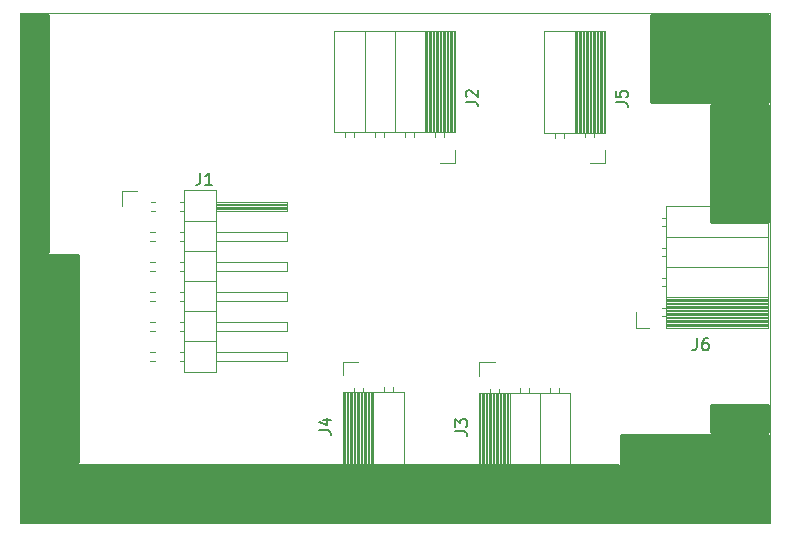
<source format=gbr>
G04 #@! TF.GenerationSoftware,KiCad,Pcbnew,(5.1.4)-1*
G04 #@! TF.CreationDate,2019-08-20T16:37:38+09:00*
G04 #@! TF.ProjectId,kagisys_shield,6b616769-7379-4735-9f73-6869656c642e,rev?*
G04 #@! TF.SameCoordinates,Original*
G04 #@! TF.FileFunction,Legend,Top*
G04 #@! TF.FilePolarity,Positive*
%FSLAX46Y46*%
G04 Gerber Fmt 4.6, Leading zero omitted, Abs format (unit mm)*
G04 Created by KiCad (PCBNEW (5.1.4)-1) date 2019-08-20 16:37:38*
%MOMM*%
%LPD*%
G04 APERTURE LIST*
%ADD10C,0.120000*%
%ADD11C,0.150000*%
%ADD12C,0.254000*%
G04 APERTURE END LIST*
D10*
X200660000Y-73660000D02*
X137160000Y-73660000D01*
X200660000Y-116840000D02*
X200660000Y-73660000D01*
X137160000Y-116840000D02*
X200660000Y-116840000D01*
X137160000Y-73660000D02*
X137160000Y-116840000D01*
X151125001Y-88635001D02*
X151125001Y-103995001D01*
X151125001Y-103995001D02*
X153785001Y-103995001D01*
X153785001Y-103995001D02*
X153785001Y-88635001D01*
X153785001Y-88635001D02*
X151125001Y-88635001D01*
X153785001Y-89585001D02*
X159785001Y-89585001D01*
X159785001Y-89585001D02*
X159785001Y-90345001D01*
X159785001Y-90345001D02*
X153785001Y-90345001D01*
X153785001Y-89645001D02*
X159785001Y-89645001D01*
X153785001Y-89765001D02*
X159785001Y-89765001D01*
X153785001Y-89885001D02*
X159785001Y-89885001D01*
X153785001Y-90005001D02*
X159785001Y-90005001D01*
X153785001Y-90125001D02*
X159785001Y-90125001D01*
X153785001Y-90245001D02*
X159785001Y-90245001D01*
X150727930Y-89585001D02*
X151125001Y-89585001D01*
X150727930Y-90345001D02*
X151125001Y-90345001D01*
X148255001Y-89585001D02*
X148642072Y-89585001D01*
X148255001Y-90345001D02*
X148642072Y-90345001D01*
X151125001Y-91235001D02*
X153785001Y-91235001D01*
X153785001Y-92125001D02*
X159785001Y-92125001D01*
X159785001Y-92125001D02*
X159785001Y-92885001D01*
X159785001Y-92885001D02*
X153785001Y-92885001D01*
X150727930Y-92125001D02*
X151125001Y-92125001D01*
X150727930Y-92885001D02*
X151125001Y-92885001D01*
X148187930Y-92125001D02*
X148642072Y-92125001D01*
X148187930Y-92885001D02*
X148642072Y-92885001D01*
X151125001Y-93775001D02*
X153785001Y-93775001D01*
X153785001Y-94665001D02*
X159785001Y-94665001D01*
X159785001Y-94665001D02*
X159785001Y-95425001D01*
X159785001Y-95425001D02*
X153785001Y-95425001D01*
X150727930Y-94665001D02*
X151125001Y-94665001D01*
X150727930Y-95425001D02*
X151125001Y-95425001D01*
X148187930Y-94665001D02*
X148642072Y-94665001D01*
X148187930Y-95425001D02*
X148642072Y-95425001D01*
X151125001Y-96315001D02*
X153785001Y-96315001D01*
X153785001Y-97205001D02*
X159785001Y-97205001D01*
X159785001Y-97205001D02*
X159785001Y-97965001D01*
X159785001Y-97965001D02*
X153785001Y-97965001D01*
X150727930Y-97205001D02*
X151125001Y-97205001D01*
X150727930Y-97965001D02*
X151125001Y-97965001D01*
X148187930Y-97205001D02*
X148642072Y-97205001D01*
X148187930Y-97965001D02*
X148642072Y-97965001D01*
X151125001Y-98855001D02*
X153785001Y-98855001D01*
X153785001Y-99745001D02*
X159785001Y-99745001D01*
X159785001Y-99745001D02*
X159785001Y-100505001D01*
X159785001Y-100505001D02*
X153785001Y-100505001D01*
X150727930Y-99745001D02*
X151125001Y-99745001D01*
X150727930Y-100505001D02*
X151125001Y-100505001D01*
X148187930Y-99745001D02*
X148642072Y-99745001D01*
X148187930Y-100505001D02*
X148642072Y-100505001D01*
X151125001Y-101395001D02*
X153785001Y-101395001D01*
X153785001Y-102285001D02*
X159785001Y-102285001D01*
X159785001Y-102285001D02*
X159785001Y-103045001D01*
X159785001Y-103045001D02*
X153785001Y-103045001D01*
X150727930Y-102285001D02*
X151125001Y-102285001D01*
X150727930Y-103045001D02*
X151125001Y-103045001D01*
X148187930Y-102285001D02*
X148642072Y-102285001D01*
X148187930Y-103045001D02*
X148642072Y-103045001D01*
X145875001Y-89965001D02*
X145875001Y-88695001D01*
X145875001Y-88695001D02*
X147145001Y-88695001D01*
X173930000Y-75100000D02*
X173930000Y-83730000D01*
X173811905Y-75100000D02*
X173811905Y-83730000D01*
X173693810Y-75100000D02*
X173693810Y-83730000D01*
X173575715Y-75100000D02*
X173575715Y-83730000D01*
X173457620Y-75100000D02*
X173457620Y-83730000D01*
X173339525Y-75100000D02*
X173339525Y-83730000D01*
X173221430Y-75100000D02*
X173221430Y-83730000D01*
X173103335Y-75100000D02*
X173103335Y-83730000D01*
X172985240Y-75100000D02*
X172985240Y-83730000D01*
X172867145Y-75100000D02*
X172867145Y-83730000D01*
X172749050Y-75100000D02*
X172749050Y-83730000D01*
X172630955Y-75100000D02*
X172630955Y-83730000D01*
X172512860Y-75100000D02*
X172512860Y-83730000D01*
X172394765Y-75100000D02*
X172394765Y-83730000D01*
X172276670Y-75100000D02*
X172276670Y-83730000D01*
X172158575Y-75100000D02*
X172158575Y-83730000D01*
X172040480Y-75100000D02*
X172040480Y-83730000D01*
X171922385Y-75100000D02*
X171922385Y-83730000D01*
X171804290Y-75100000D02*
X171804290Y-83730000D01*
X171686195Y-75100000D02*
X171686195Y-83730000D01*
X171568100Y-75100000D02*
X171568100Y-83730000D01*
X173080000Y-83730000D02*
X173080000Y-84080000D01*
X172360000Y-83730000D02*
X172360000Y-84080000D01*
X170540000Y-83730000D02*
X170540000Y-84140000D01*
X169820000Y-83730000D02*
X169820000Y-84140000D01*
X168000000Y-83730000D02*
X168000000Y-84140000D01*
X167280000Y-83730000D02*
X167280000Y-84140000D01*
X165460000Y-83730000D02*
X165460000Y-84140000D01*
X164740000Y-83730000D02*
X164740000Y-84140000D01*
X171450000Y-75100000D02*
X171450000Y-83730000D01*
X168910000Y-75100000D02*
X168910000Y-83730000D01*
X166370000Y-75100000D02*
X166370000Y-83730000D01*
X174050000Y-75100000D02*
X174050000Y-83730000D01*
X174050000Y-83730000D02*
X163770000Y-83730000D01*
X163770000Y-75100000D02*
X163770000Y-83730000D01*
X174050000Y-75100000D02*
X163770000Y-75100000D01*
X174050000Y-86300000D02*
X172720000Y-86300000D01*
X174050000Y-85190000D02*
X174050000Y-86300000D01*
X176170000Y-114400000D02*
X176170000Y-105770000D01*
X176288095Y-114400000D02*
X176288095Y-105770000D01*
X176406190Y-114400000D02*
X176406190Y-105770000D01*
X176524285Y-114400000D02*
X176524285Y-105770000D01*
X176642380Y-114400000D02*
X176642380Y-105770000D01*
X176760475Y-114400000D02*
X176760475Y-105770000D01*
X176878570Y-114400000D02*
X176878570Y-105770000D01*
X176996665Y-114400000D02*
X176996665Y-105770000D01*
X177114760Y-114400000D02*
X177114760Y-105770000D01*
X177232855Y-114400000D02*
X177232855Y-105770000D01*
X177350950Y-114400000D02*
X177350950Y-105770000D01*
X177469045Y-114400000D02*
X177469045Y-105770000D01*
X177587140Y-114400000D02*
X177587140Y-105770000D01*
X177705235Y-114400000D02*
X177705235Y-105770000D01*
X177823330Y-114400000D02*
X177823330Y-105770000D01*
X177941425Y-114400000D02*
X177941425Y-105770000D01*
X178059520Y-114400000D02*
X178059520Y-105770000D01*
X178177615Y-114400000D02*
X178177615Y-105770000D01*
X178295710Y-114400000D02*
X178295710Y-105770000D01*
X178413805Y-114400000D02*
X178413805Y-105770000D01*
X178531900Y-114400000D02*
X178531900Y-105770000D01*
X177020000Y-105770000D02*
X177020000Y-105420000D01*
X177740000Y-105770000D02*
X177740000Y-105420000D01*
X179560000Y-105770000D02*
X179560000Y-105360000D01*
X180280000Y-105770000D02*
X180280000Y-105360000D01*
X182100000Y-105770000D02*
X182100000Y-105360000D01*
X182820000Y-105770000D02*
X182820000Y-105360000D01*
X178650000Y-114400000D02*
X178650000Y-105770000D01*
X181190000Y-114400000D02*
X181190000Y-105770000D01*
X176050000Y-114400000D02*
X176050000Y-105770000D01*
X176050000Y-105770000D02*
X183790000Y-105770000D01*
X183790000Y-114400000D02*
X183790000Y-105770000D01*
X176050000Y-114400000D02*
X183790000Y-114400000D01*
X176050000Y-103200000D02*
X177380000Y-103200000D01*
X176050000Y-104310000D02*
X176050000Y-103200000D01*
X164640000Y-114330000D02*
X164640000Y-105700000D01*
X164758095Y-114330000D02*
X164758095Y-105700000D01*
X164876190Y-114330000D02*
X164876190Y-105700000D01*
X164994285Y-114330000D02*
X164994285Y-105700000D01*
X165112380Y-114330000D02*
X165112380Y-105700000D01*
X165230475Y-114330000D02*
X165230475Y-105700000D01*
X165348570Y-114330000D02*
X165348570Y-105700000D01*
X165466665Y-114330000D02*
X165466665Y-105700000D01*
X165584760Y-114330000D02*
X165584760Y-105700000D01*
X165702855Y-114330000D02*
X165702855Y-105700000D01*
X165820950Y-114330000D02*
X165820950Y-105700000D01*
X165939045Y-114330000D02*
X165939045Y-105700000D01*
X166057140Y-114330000D02*
X166057140Y-105700000D01*
X166175235Y-114330000D02*
X166175235Y-105700000D01*
X166293330Y-114330000D02*
X166293330Y-105700000D01*
X166411425Y-114330000D02*
X166411425Y-105700000D01*
X166529520Y-114330000D02*
X166529520Y-105700000D01*
X166647615Y-114330000D02*
X166647615Y-105700000D01*
X166765710Y-114330000D02*
X166765710Y-105700000D01*
X166883805Y-114330000D02*
X166883805Y-105700000D01*
X167001900Y-114330000D02*
X167001900Y-105700000D01*
X165490000Y-105700000D02*
X165490000Y-105350000D01*
X166210000Y-105700000D02*
X166210000Y-105350000D01*
X168030000Y-105700000D02*
X168030000Y-105290000D01*
X168750000Y-105700000D02*
X168750000Y-105290000D01*
X167120000Y-114330000D02*
X167120000Y-105700000D01*
X164520000Y-114330000D02*
X164520000Y-105700000D01*
X164520000Y-105700000D02*
X169720000Y-105700000D01*
X169720000Y-114330000D02*
X169720000Y-105700000D01*
X164520000Y-114330000D02*
X169720000Y-114330000D01*
X164520000Y-103130000D02*
X165850000Y-103130000D01*
X164520000Y-104240000D02*
X164520000Y-103130000D01*
X186750000Y-85240000D02*
X186750000Y-86350000D01*
X186750000Y-86350000D02*
X185420000Y-86350000D01*
X186750000Y-75150000D02*
X181550000Y-75150000D01*
X181550000Y-75150000D02*
X181550000Y-83780000D01*
X186750000Y-83780000D02*
X181550000Y-83780000D01*
X186750000Y-75150000D02*
X186750000Y-83780000D01*
X184150000Y-75150000D02*
X184150000Y-83780000D01*
X182520000Y-83780000D02*
X182520000Y-84190000D01*
X183240000Y-83780000D02*
X183240000Y-84190000D01*
X185060000Y-83780000D02*
X185060000Y-84130000D01*
X185780000Y-83780000D02*
X185780000Y-84130000D01*
X184268100Y-75150000D02*
X184268100Y-83780000D01*
X184386195Y-75150000D02*
X184386195Y-83780000D01*
X184504290Y-75150000D02*
X184504290Y-83780000D01*
X184622385Y-75150000D02*
X184622385Y-83780000D01*
X184740480Y-75150000D02*
X184740480Y-83780000D01*
X184858575Y-75150000D02*
X184858575Y-83780000D01*
X184976670Y-75150000D02*
X184976670Y-83780000D01*
X185094765Y-75150000D02*
X185094765Y-83780000D01*
X185212860Y-75150000D02*
X185212860Y-83780000D01*
X185330955Y-75150000D02*
X185330955Y-83780000D01*
X185449050Y-75150000D02*
X185449050Y-83780000D01*
X185567145Y-75150000D02*
X185567145Y-83780000D01*
X185685240Y-75150000D02*
X185685240Y-83780000D01*
X185803335Y-75150000D02*
X185803335Y-83780000D01*
X185921430Y-75150000D02*
X185921430Y-83780000D01*
X186039525Y-75150000D02*
X186039525Y-83780000D01*
X186157620Y-75150000D02*
X186157620Y-83780000D01*
X186275715Y-75150000D02*
X186275715Y-83780000D01*
X186393810Y-75150000D02*
X186393810Y-83780000D01*
X186511905Y-75150000D02*
X186511905Y-83780000D01*
X186630000Y-75150000D02*
X186630000Y-83780000D01*
X190470000Y-100280000D02*
X189360000Y-100280000D01*
X189360000Y-100280000D02*
X189360000Y-98950000D01*
X200560000Y-100280000D02*
X200560000Y-90000000D01*
X200560000Y-90000000D02*
X191930000Y-90000000D01*
X191930000Y-100280000D02*
X191930000Y-90000000D01*
X200560000Y-100280000D02*
X191930000Y-100280000D01*
X200560000Y-92600000D02*
X191930000Y-92600000D01*
X200560000Y-95140000D02*
X191930000Y-95140000D01*
X200560000Y-97680000D02*
X191930000Y-97680000D01*
X191930000Y-90970000D02*
X191520000Y-90970000D01*
X191930000Y-91690000D02*
X191520000Y-91690000D01*
X191930000Y-93510000D02*
X191520000Y-93510000D01*
X191930000Y-94230000D02*
X191520000Y-94230000D01*
X191930000Y-96050000D02*
X191520000Y-96050000D01*
X191930000Y-96770000D02*
X191520000Y-96770000D01*
X191930000Y-98590000D02*
X191580000Y-98590000D01*
X191930000Y-99310000D02*
X191580000Y-99310000D01*
X200560000Y-97798100D02*
X191930000Y-97798100D01*
X200560000Y-97916195D02*
X191930000Y-97916195D01*
X200560000Y-98034290D02*
X191930000Y-98034290D01*
X200560000Y-98152385D02*
X191930000Y-98152385D01*
X200560000Y-98270480D02*
X191930000Y-98270480D01*
X200560000Y-98388575D02*
X191930000Y-98388575D01*
X200560000Y-98506670D02*
X191930000Y-98506670D01*
X200560000Y-98624765D02*
X191930000Y-98624765D01*
X200560000Y-98742860D02*
X191930000Y-98742860D01*
X200560000Y-98860955D02*
X191930000Y-98860955D01*
X200560000Y-98979050D02*
X191930000Y-98979050D01*
X200560000Y-99097145D02*
X191930000Y-99097145D01*
X200560000Y-99215240D02*
X191930000Y-99215240D01*
X200560000Y-99333335D02*
X191930000Y-99333335D01*
X200560000Y-99451430D02*
X191930000Y-99451430D01*
X200560000Y-99569525D02*
X191930000Y-99569525D01*
X200560000Y-99687620D02*
X191930000Y-99687620D01*
X200560000Y-99805715D02*
X191930000Y-99805715D01*
X200560000Y-99923810D02*
X191930000Y-99923810D01*
X200560000Y-100041905D02*
X191930000Y-100041905D01*
X200560000Y-100160000D02*
X191930000Y-100160000D01*
D11*
X152466667Y-87147381D02*
X152466667Y-87861667D01*
X152419048Y-88004524D01*
X152323810Y-88099762D01*
X152180953Y-88147381D01*
X152085715Y-88147381D01*
X153466667Y-88147381D02*
X152895239Y-88147381D01*
X153180953Y-88147381D02*
X153180953Y-87147381D01*
X153085715Y-87290239D01*
X152990477Y-87385477D01*
X152895239Y-87433096D01*
X174942380Y-81143333D02*
X175656666Y-81143333D01*
X175799523Y-81190952D01*
X175894761Y-81286190D01*
X175942380Y-81429047D01*
X175942380Y-81524285D01*
X175037619Y-80714761D02*
X174990000Y-80667142D01*
X174942380Y-80571904D01*
X174942380Y-80333809D01*
X174990000Y-80238571D01*
X175037619Y-80190952D01*
X175132857Y-80143333D01*
X175228095Y-80143333D01*
X175370952Y-80190952D01*
X175942380Y-80762380D01*
X175942380Y-80143333D01*
X174062380Y-109023333D02*
X174776666Y-109023333D01*
X174919523Y-109070952D01*
X175014761Y-109166190D01*
X175062380Y-109309047D01*
X175062380Y-109404285D01*
X174062380Y-108642380D02*
X174062380Y-108023333D01*
X174443333Y-108356666D01*
X174443333Y-108213809D01*
X174490952Y-108118571D01*
X174538571Y-108070952D01*
X174633809Y-108023333D01*
X174871904Y-108023333D01*
X174967142Y-108070952D01*
X175014761Y-108118571D01*
X175062380Y-108213809D01*
X175062380Y-108499523D01*
X175014761Y-108594761D01*
X174967142Y-108642380D01*
X162532380Y-108953333D02*
X163246666Y-108953333D01*
X163389523Y-109000952D01*
X163484761Y-109096190D01*
X163532380Y-109239047D01*
X163532380Y-109334285D01*
X162865714Y-108048571D02*
X163532380Y-108048571D01*
X162484761Y-108286666D02*
X163199047Y-108524761D01*
X163199047Y-107905714D01*
X187642380Y-81193333D02*
X188356666Y-81193333D01*
X188499523Y-81240952D01*
X188594761Y-81336190D01*
X188642380Y-81479047D01*
X188642380Y-81574285D01*
X187642380Y-80240952D02*
X187642380Y-80717142D01*
X188118571Y-80764761D01*
X188070952Y-80717142D01*
X188023333Y-80621904D01*
X188023333Y-80383809D01*
X188070952Y-80288571D01*
X188118571Y-80240952D01*
X188213809Y-80193333D01*
X188451904Y-80193333D01*
X188547142Y-80240952D01*
X188594761Y-80288571D01*
X188642380Y-80383809D01*
X188642380Y-80621904D01*
X188594761Y-80717142D01*
X188547142Y-80764761D01*
X194516666Y-101172380D02*
X194516666Y-101886666D01*
X194469047Y-102029523D01*
X194373809Y-102124761D01*
X194230952Y-102172380D01*
X194135714Y-102172380D01*
X195421428Y-101172380D02*
X195230952Y-101172380D01*
X195135714Y-101220000D01*
X195088095Y-101267619D01*
X194992857Y-101410476D01*
X194945238Y-101600952D01*
X194945238Y-101981904D01*
X194992857Y-102077142D01*
X195040476Y-102124761D01*
X195135714Y-102172380D01*
X195326190Y-102172380D01*
X195421428Y-102124761D01*
X195469047Y-102077142D01*
X195516666Y-101981904D01*
X195516666Y-101743809D01*
X195469047Y-101648571D01*
X195421428Y-101600952D01*
X195326190Y-101553333D01*
X195135714Y-101553333D01*
X195040476Y-101600952D01*
X194992857Y-101648571D01*
X194945238Y-101743809D01*
D12*
G36*
X200533000Y-116713000D02*
G01*
X188087000Y-116713000D01*
X188087000Y-109347000D01*
X200533000Y-109347000D01*
X200533000Y-116713000D01*
X200533000Y-116713000D01*
G37*
X200533000Y-116713000D02*
X188087000Y-116713000D01*
X188087000Y-109347000D01*
X200533000Y-109347000D01*
X200533000Y-116713000D01*
G36*
X200533000Y-109093000D02*
G01*
X195707000Y-109093000D01*
X195707000Y-106807000D01*
X200533000Y-106807000D01*
X200533000Y-109093000D01*
X200533000Y-109093000D01*
G37*
X200533000Y-109093000D02*
X195707000Y-109093000D01*
X195707000Y-106807000D01*
X200533000Y-106807000D01*
X200533000Y-109093000D01*
G36*
X187833000Y-116713000D02*
G01*
X137287000Y-116713000D01*
X137287000Y-111887000D01*
X187833000Y-111887000D01*
X187833000Y-116713000D01*
X187833000Y-116713000D01*
G37*
X187833000Y-116713000D02*
X137287000Y-116713000D01*
X137287000Y-111887000D01*
X187833000Y-111887000D01*
X187833000Y-116713000D01*
G36*
X142113000Y-111633000D02*
G01*
X137287000Y-111633000D01*
X137287000Y-94107000D01*
X142113000Y-94107000D01*
X142113000Y-111633000D01*
X142113000Y-111633000D01*
G37*
X142113000Y-111633000D02*
X137287000Y-111633000D01*
X137287000Y-94107000D01*
X142113000Y-94107000D01*
X142113000Y-111633000D01*
G36*
X139573000Y-93853000D02*
G01*
X137287000Y-93853000D01*
X137287000Y-73787000D01*
X139573000Y-73787000D01*
X139573000Y-93853000D01*
X139573000Y-93853000D01*
G37*
X139573000Y-93853000D02*
X137287000Y-93853000D01*
X137287000Y-73787000D01*
X139573000Y-73787000D01*
X139573000Y-93853000D01*
G36*
X200533000Y-81153000D02*
G01*
X190627000Y-81153000D01*
X190627000Y-73787000D01*
X200533000Y-73787000D01*
X200533000Y-81153000D01*
X200533000Y-81153000D01*
G37*
X200533000Y-81153000D02*
X190627000Y-81153000D01*
X190627000Y-73787000D01*
X200533000Y-73787000D01*
X200533000Y-81153000D01*
G36*
X200533000Y-91313000D02*
G01*
X195707000Y-91313000D01*
X195707000Y-81407000D01*
X200533000Y-81407000D01*
X200533000Y-91313000D01*
X200533000Y-91313000D01*
G37*
X200533000Y-91313000D02*
X195707000Y-91313000D01*
X195707000Y-81407000D01*
X200533000Y-81407000D01*
X200533000Y-91313000D01*
M02*

</source>
